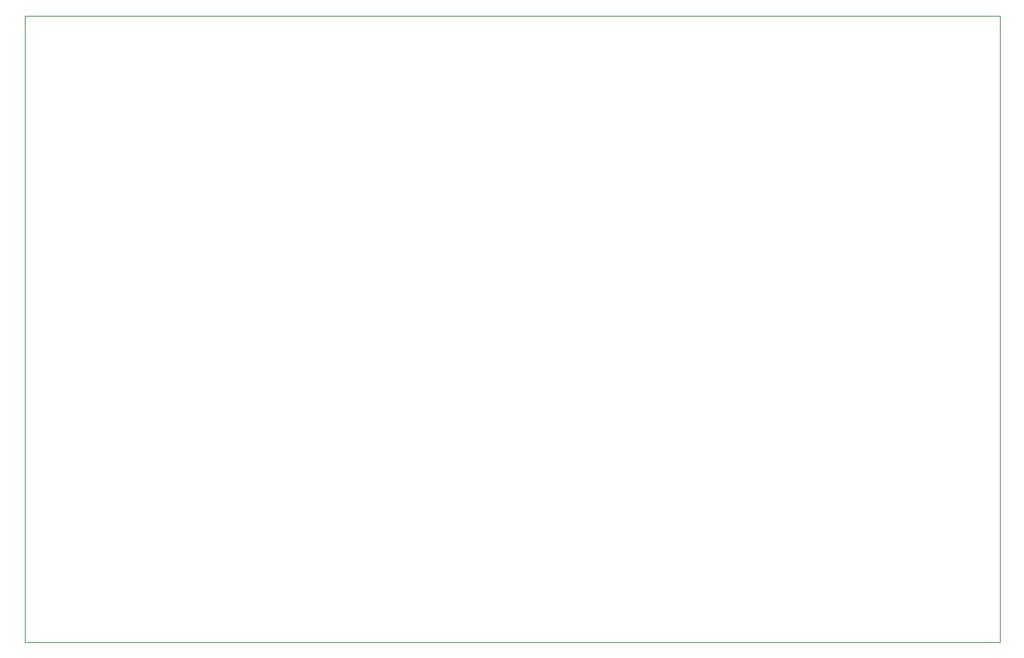
<source format=gbr>
%TF.GenerationSoftware,KiCad,Pcbnew,9.0.2*%
%TF.CreationDate,2025-07-02T20:50:27-04:00*%
%TF.ProjectId,Hackpad,4861636b-7061-4642-9e6b-696361645f70,rev?*%
%TF.SameCoordinates,Original*%
%TF.FileFunction,Profile,NP*%
%FSLAX46Y46*%
G04 Gerber Fmt 4.6, Leading zero omitted, Abs format (unit mm)*
G04 Created by KiCad (PCBNEW 9.0.2) date 2025-07-02 20:50:27*
%MOMM*%
%LPD*%
G01*
G04 APERTURE LIST*
%TA.AperFunction,Profile*%
%ADD10C,0.050000*%
%TD*%
G04 APERTURE END LIST*
D10*
X119062500Y-50006250D02*
X228700000Y-50006250D01*
X228700000Y-120437500D01*
X119062500Y-120437500D01*
X119062500Y-50006250D01*
M02*

</source>
